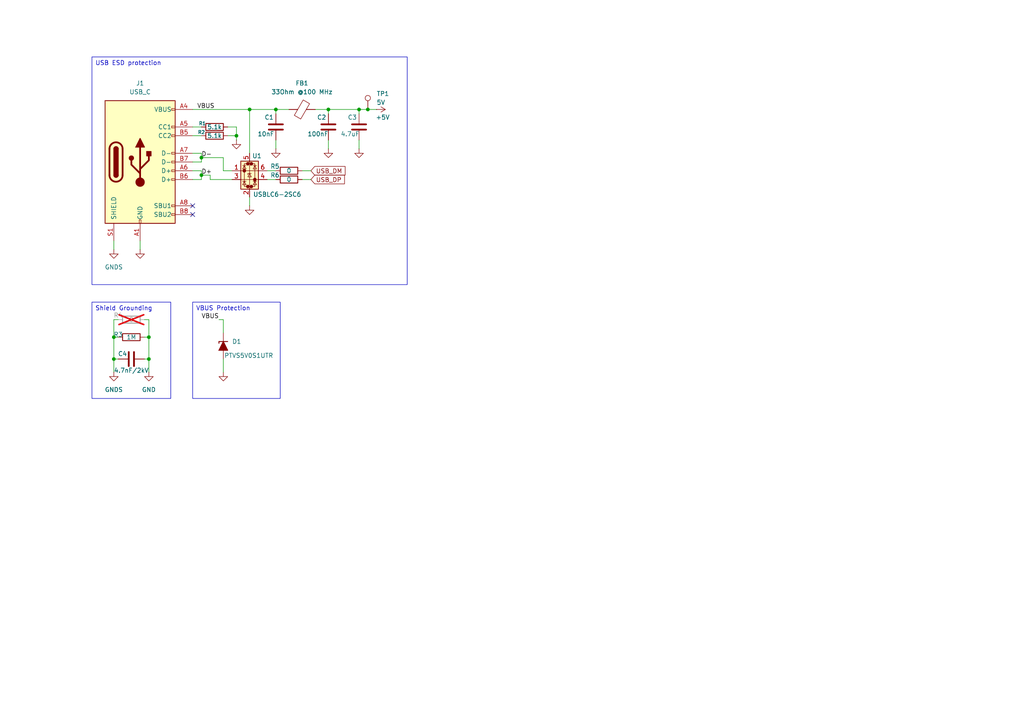
<source format=kicad_sch>
(kicad_sch (version 20231120) (generator "eeschema") (generator_version "8.0")
  (paper "A4")
  (lib_symbols
    (symbol "Connector:TestPoint" (pin_numbers hide) (pin_names (offset 0.762) hide)
      (property "Reference" "TP" (at 0 6.858 0))
      (property "Value" "TestPoint" (at 0 5.08 0))
      (symbol "TestPoint_0_1"
        (circle (center 0 3.302) (radius 0.762))
      )
      (symbol "TestPoint_1_1"
        (pin passive line (at 0 0 90) (length 2.54) (name "1") (number "1"))
      )
    )
    (symbol "Connector:USB_C_Receptacle_USB2.0_16P" (pin_names (offset 1.016))
      (property "Reference" "J" (at 0 22.225 0))
      (property "Value" "USB_C_Receptacle_USB2.0_16P" (at 0 19.685 0))
      (symbol "USB_C_Receptacle_USB2.0_16P_0_0"
        (rectangle (start -0.254 -17.78) (end 0.254 -16.764))
        (rectangle (start 10.16 -14.986) (end 9.144 -15.494))
        (rectangle (start 10.16 -12.446) (end 9.144 -12.954))
        (rectangle (start 10.16 -4.826) (end 9.144 -5.334))
        (rectangle (start 10.16 -2.286) (end 9.144 -2.794))
        (rectangle (start 10.16 0.254) (end 9.144 -0.254))
        (rectangle (start 10.16 2.794) (end 9.144 2.286))
        (rectangle (start 10.16 7.874) (end 9.144 7.366))
        (rectangle (start 10.16 10.414) (end 9.144 9.906))
        (rectangle (start 10.16 15.494) (end 9.144 14.986))
      )
      (symbol "USB_C_Receptacle_USB2.0_16P_0_1"
        (rectangle (start -10.16 17.78) (end 10.16 -17.78) (stroke (width 0.254)) (fill (type background)))
        (arc (start -8.89 -3.81) (mid -6.985 -5.7067) (end -5.08 -3.81) (stroke (width 0.508)))
        (arc (start -7.62 -3.81) (mid -6.985 -4.4423) (end -6.35 -3.81) (stroke (width 0.254)))
        (arc (start -7.62 -3.81) (mid -6.985 -4.4423) (end -6.35 -3.81) (stroke (width 0.254)) (fill (type outline)))
        (rectangle (start -7.62 -3.81) (end -6.35 3.81) (stroke (width 0.254)) (fill (type outline)))
        (arc (start -6.35 3.81) (mid -6.985 4.4423) (end -7.62 3.81) (stroke (width 0.254)))
        (arc (start -6.35 3.81) (mid -6.985 4.4423) (end -7.62 3.81) (stroke (width 0.254)) (fill (type outline)))
        (arc (start -5.08 3.81) (mid -6.985 5.7067) (end -8.89 3.81) (stroke (width 0.508)))
        (circle (center -2.54 1.143) (radius 0.635) (stroke (width 0.254)) (fill (type outline)))
        (circle (center 0 -5.842) (radius 1.27) (fill (type outline)))
        (polyline (pts (xy -8.89 -3.81) (xy -8.89 3.81)) (stroke (width 0.508)))
        (polyline (pts (xy -5.08 3.81) (xy -5.08 -3.81)) (stroke (width 0.508)))
        (polyline (pts (xy 0 -5.842) (xy 0 4.318)) (stroke (width 0.508)))
        (polyline (pts (xy 0 -3.302) (xy -2.54 -0.762) (xy -2.54 0.508)) (stroke (width 0.508)))
        (polyline (pts (xy 0 -2.032) (xy 2.54 0.508) (xy 2.54 1.778)) (stroke (width 0.508)))
        (polyline (pts (xy -1.27 4.318) (xy 0 6.858) (xy 1.27 4.318) (xy -1.27 4.318)) (stroke (width 0.254)) (fill (type outline)))
        (rectangle (start 1.905 1.778) (end 3.175 3.048) (stroke (width 0.254)) (fill (type outline)))
      )
      (symbol "USB_C_Receptacle_USB2.0_16P_1_1"
        (pin passive line (at 0 -22.86 90) (length 5.08) (name "GND") (number "A1"))
        (pin passive line (at 0 -22.86 90) (length 5.08) hide (name "GND") (number "A12"))
        (pin passive line (at 15.24 15.24 180) (length 5.08) (name "VBUS") (number "A4"))
        (pin bidirectional line (at 15.24 10.16 180) (length 5.08) (name "CC1") (number "A5"))
        (pin bidirectional line (at 15.24 -2.54 180) (length 5.08) (name "D+") (number "A6"))
        (pin bidirectional line (at 15.24 2.54 180) (length 5.08) (name "D-") (number "A7"))
        (pin bidirectional line (at 15.24 -12.7 180) (length 5.08) (name "SBU1") (number "A8"))
        (pin passive line (at 15.24 15.24 180) (length 5.08) hide (name "VBUS") (number "A9"))
        (pin passive line (at 0 -22.86 90) (length 5.08) hide (name "GND") (number "B1"))
        (pin passive line (at 0 -22.86 90) (length 5.08) hide (name "GND") (number "B12"))
        (pin passive line (at 15.24 15.24 180) (length 5.08) hide (name "VBUS") (number "B4"))
        (pin bidirectional line (at 15.24 7.62 180) (length 5.08) (name "CC2") (number "B5"))
        (pin bidirectional line (at 15.24 -5.08 180) (length 5.08) (name "D+") (number "B6"))
        (pin bidirectional line (at 15.24 0 180) (length 5.08) (name "D-") (number "B7"))
        (pin bidirectional line (at 15.24 -15.24 180) (length 5.08) (name "SBU2") (number "B8"))
        (pin passive line (at 15.24 15.24 180) (length 5.08) hide (name "VBUS") (number "B9"))
        (pin passive line (at -7.62 -22.86 90) (length 5.08) (name "SHIELD") (number "S1"))
      )
    )
    (symbol "Device:C" (pin_numbers hide) (pin_names (offset 0.254))
      (property "Reference" "C" (at 0.635 2.54 0))
      (property "Value" "C" (at 0.635 -2.54 0))
      (symbol "C_0_1"
        (polyline (pts (xy -2.032 -0.762) (xy 2.032 -0.762)) (stroke (width 0.508)))
        (polyline (pts (xy -2.032 0.762) (xy 2.032 0.762)) (stroke (width 0.508)))
      )
      (symbol "C_1_1"
        (pin passive line (at 0 3.81 270) (length 2.794) (name "~") (number "1"))
        (pin passive line (at 0 -3.81 90) (length 2.794) (name "~") (number "2"))
      )
    )
    (symbol "Device:FerriteBead" (pin_numbers hide) (pin_names (offset 0))
      (property "Reference" "FB" (at -3.81 0.635 90))
      (property "Value" "FerriteBead" (at 3.81 0 90))
      (symbol "FerriteBead_0_1"
        (polyline (pts (xy 0 -1.27) (xy 0 -1.2192)))
        (polyline (pts (xy 0 1.27) (xy 0 1.2954)))
        (polyline (pts (xy -2.7686 0.4064) (xy -1.7018 2.2606) (xy 2.7686 -0.3048) (xy 1.6764 -2.159) (xy -2.7686 0.4064)))
      )
      (symbol "FerriteBead_1_1"
        (pin passive line (at 0 3.81 270) (length 2.54) (name "~") (number "1"))
        (pin passive line (at 0 -3.81 90) (length 2.54) (name "~") (number "2"))
      )
    )
    (symbol "Device:R" (pin_numbers hide) (pin_names (offset 0))
      (property "Reference" "R" (at 2.032 0 90))
      (property "Value" "R" (at 0 0 90))
      (symbol "R_0_1"
        (rectangle (start -1.016 -2.54) (end 1.016 2.54) (stroke (width 0.254)))
      )
      (symbol "R_1_1"
        (pin passive line (at 0 3.81 270) (length 1.27) (name "~") (number "1"))
        (pin passive line (at 0 -3.81 90) (length 1.27) (name "~") (number "2"))
      )
    )
    (symbol "PCM_Diode_TVS_AKL:PTVS5V0S1UTR" (pin_numbers hide) (pin_names (offset 1.016) hide)
      (property "Reference" "D" (at 0 5.08 0))
      (property "Value" "PTVS5V0S1UTR" (at 0 2.54 0))
      (symbol "PTVS5V0S1UTR_0_1"
        (polyline (pts (xy -1.27 0) (xy 1.27 0)))
        (polyline (pts (xy 1.27 -1.27) (xy 1.27 1.27)) (stroke (width 0.254)))
        (polyline (pts (xy 1.27 1.27) (xy 0.762 1.27)) (stroke (width 0.254)))
        (polyline (pts (xy -1.27 1.27) (xy -1.27 -1.27) (xy 1.27 0) (xy -1.27 1.27)) (stroke (width 0.254)) (fill (type outline)))
      )
      (symbol "PTVS5V0S1UTR_0_2"
        (polyline (pts (xy -2.54 -2.54) (xy 2.54 2.54)))
        (polyline (pts (xy 0 1.778) (xy -0.381 1.397)) (stroke (width 0.254)))
        (polyline (pts (xy 0 1.778) (xy 1.778 0)) (stroke (width 0.254)))
        (polyline (pts (xy -0.889 -0.889) (xy -1.778 0) (xy 0.889 0.889) (xy 0 -1.778) (xy -0.889 -0.889)) (stroke (width 0.254)) (fill (type outline)))
      )
      (symbol "PTVS5V0S1UTR_1_1"
        (pin passive line (at 3.81 0 180) (length 2.54) (name "K") (number "1"))
        (pin passive line (at -3.81 0 0) (length 2.54) (name "A") (number "2"))
      )
      (symbol "PTVS5V0S1UTR_1_2"
        (pin passive line (at 2.54 2.54 180) (length 0) (name "K") (number "1"))
        (pin passive line (at -2.54 -2.54 0) (length 0) (name "A") (number "2"))
      )
    )
    (symbol "Power_Protection:USBLC6-2SC6" (pin_names hide)
      (property "Reference" "U" (at 0.635 5.715 0))
      (property "Value" "USBLC6-2SC6" (at 0.635 3.81 0))
      (symbol "USBLC6-2SC6_0_0"
        (circle (center -1.524 0) (radius 0.0001) (stroke (width 0.508)))
        (circle (center -0.508 -4.572) (radius 0.0001) (stroke (width 0.508)))
        (circle (center -0.508 2.032) (radius 0.0001) (stroke (width 0.508)))
        (circle (center 0.508 -4.572) (radius 0.0001) (stroke (width 0.508)))
        (circle (center 0.508 2.032) (radius 0.0001) (stroke (width 0.508)))
        (circle (center 1.524 -2.54) (radius 0.0001) (stroke (width 0.508)))
      )
      (symbol "USBLC6-2SC6_0_1"
        (polyline (pts (xy -2.54 -2.54) (xy 2.54 -2.54)))
        (polyline (pts (xy -2.54 0) (xy 2.54 0)))
        (polyline (pts (xy -2.032 -3.048) (xy -1.016 -3.048)))
        (polyline (pts (xy -1.016 1.524) (xy -2.032 1.524)))
        (polyline (pts (xy 1.016 -3.048) (xy 2.032 -3.048)))
        (polyline (pts (xy 1.016 1.524) (xy 2.032 1.524)))
        (polyline (pts (xy -0.508 -1.143) (xy -0.508 -0.762) (xy 0.508 -0.762)))
        (polyline (pts (xy -2.032 0.508) (xy -1.016 0.508) (xy -1.524 1.524) (xy -2.032 0.508)))
        (polyline (pts (xy -1.016 -4.064) (xy -2.032 -4.064) (xy -1.524 -3.048) (xy -1.016 -4.064)))
        (polyline (pts (xy 0.508 -1.778) (xy -0.508 -1.778) (xy 0 -0.762) (xy 0.508 -1.778)))
        (polyline (pts (xy 2.032 -4.064) (xy 1.016 -4.064) (xy 1.524 -3.048) (xy 2.032 -4.064)))
        (polyline (pts (xy 2.032 0.508) (xy 1.016 0.508) (xy 1.524 1.524) (xy 2.032 0.508)))
        (polyline (pts (xy 0 2.54) (xy -0.508 2.032) (xy 0.508 2.032) (xy 0 1.524) (xy 0 -4.064) (xy -0.508 -4.572) (xy 0.508 -4.572) (xy 0 -5.08)))
      )
      (symbol "USBLC6-2SC6_1_1"
        (rectangle (start -2.54 2.794) (end 2.54 -5.334) (stroke (width 0.254)) (fill (type background)))
        (polyline (pts (xy -0.508 2.032) (xy -1.524 2.032) (xy -1.524 -4.572) (xy -0.508 -4.572)))
        (polyline (pts (xy 0.508 -4.572) (xy 1.524 -4.572) (xy 1.524 2.032) (xy 0.508 2.032)))
        (pin passive line (at -5.08 0 0) (length 2.54) (name "I/O1") (number "1"))
        (pin passive line (at 0 -7.62 90) (length 2.54) (name "GND") (number "2"))
        (pin passive line (at -5.08 -2.54 0) (length 2.54) (name "I/O2") (number "3"))
        (pin passive line (at 5.08 -2.54 180) (length 2.54) (name "I/O2") (number "4"))
        (pin passive line (at 0 5.08 270) (length 2.54) (name "VBUS") (number "5"))
        (pin passive line (at 5.08 0 180) (length 2.54) (name "I/O1") (number "6"))
      )
    )
    (symbol "power:+5V" (power) (pin_numbers hide) (pin_names (offset 0) hide)
      (property "Value" "+5V" (at 0 3.556 0))
      (symbol "+5V_0_1"
        (polyline (pts (xy -0.762 1.27) (xy 0 2.54)))
        (polyline (pts (xy 0 0) (xy 0 2.54)))
        (polyline (pts (xy 0 2.54) (xy 0.762 1.27)))
      )
      (symbol "+5V_1_1"
        (pin power_in line (at 0 0 90) (length 0) (name "~") (number "1"))
      )
    )
    (symbol "power:GND" (power) (pin_numbers hide) (pin_names (offset 0) hide)
      (property "Value" "GND" (at 0 -3.81 0))
      (symbol "GND_0_1"
        (polyline (pts (xy 0 0) (xy 0 -1.27) (xy 1.27 -1.27) (xy 0 -2.54) (xy -1.27 -1.27) (xy 0 -1.27)))
      )
      (symbol "GND_1_1"
        (pin power_in line (at 0 0 270) (length 0) (name "~") (number "1"))
      )
    )
    (symbol "power:GNDS" (power) (pin_numbers hide) (pin_names (offset 0) hide)
      (property "Value" "GNDS" (at 0 -3.81 0))
      (symbol "GNDS_0_1"
        (polyline (pts (xy 0 0) (xy 0 -1.27) (xy 1.27 -1.27) (xy 0 -2.54) (xy -1.27 -1.27) (xy 0 -1.27)))
      )
      (symbol "GNDS_1_1"
        (pin power_in line (at 0 0 270) (length 0) (name "~") (number "1"))
      )
    )
  )
  (junction (at 58.42 50.8))
  (junction (at 104.14 31.75))
  (junction (at 33.02 97.79))
  (junction (at 58.42 45.72))
  (junction (at 43.18 104.14))
  (junction (at 72.39 31.75))
  (junction (at 95.25 31.75))
  (junction (at 80.01 31.75))
  (junction (at 43.18 97.79))
  (junction (at 68.58 39.37))
  (junction (at 33.02 104.14))
  (junction (at 106.68 31.75))
  (no_connect (at 55.88 62.23))
  (no_connect (at 55.88 59.69))
  (wire (pts (xy 104.14 31.75) (xy 95.25 31.75)))
  (wire (pts (xy 34.29 97.79) (xy 33.02 97.79)))
  (wire (pts (xy 33.02 97.79) (xy 33.02 104.14)))
  (wire (pts (xy 34.29 92.71) (xy 33.02 92.71)))
  (wire (pts (xy 72.39 57.15) (xy 72.39 59.69)))
  (wire (pts (xy 40.64 69.85) (xy 40.64 72.39)))
  (wire (pts (xy 58.42 49.53) (xy 58.42 50.8)))
  (wire (pts (xy 64.77 45.72) (xy 58.42 45.72)))
  (wire (pts (xy 34.29 104.14) (xy 33.02 104.14)))
  (wire (pts (xy 55.88 36.83) (xy 58.42 36.83)))
  (wire (pts (xy 66.04 36.83) (xy 68.58 36.83)))
  (wire (pts (xy 68.58 36.83) (xy 68.58 39.37)))
  (wire (pts (xy 60.96 52.07) (xy 60.96 50.8)))
  (wire (pts (xy 104.14 40.64) (xy 104.14 43.18)))
  (wire (pts (xy 43.18 107.95) (xy 43.18 104.14)))
  (wire (pts (xy 87.63 49.53) (xy 90.17 49.53)))
  (wire (pts (xy 95.25 40.64) (xy 95.25 43.18)))
  (wire (pts (xy 43.18 97.79) (xy 43.18 104.14)))
  (wire (pts (xy 43.18 92.71) (xy 43.18 97.79)))
  (wire (pts (xy 64.77 49.53) (xy 64.77 45.72)))
  (wire (pts (xy 55.88 31.75) (xy 72.39 31.75)))
  (wire (pts (xy 41.91 92.71) (xy 43.18 92.71)))
  (wire (pts (xy 87.63 52.07) (xy 90.17 52.07)))
  (wire (pts (xy 68.58 39.37) (xy 66.04 39.37)))
  (wire (pts (xy 43.18 104.14) (xy 41.91 104.14)))
  (wire (pts (xy 80.01 31.75) (xy 80.01 33.02)))
  (wire (pts (xy 80.01 40.64) (xy 80.01 43.18)))
  (wire (pts (xy 77.47 52.07) (xy 80.01 52.07)))
  (wire (pts (xy 33.02 92.71) (xy 33.02 97.79)))
  (wire (pts (xy 55.88 44.45) (xy 58.42 44.45)))
  (wire (pts (xy 41.91 97.79) (xy 43.18 97.79)))
  (wire (pts (xy 33.02 104.14) (xy 33.02 107.95)))
  (wire (pts (xy 72.39 31.75) (xy 72.39 44.45)))
  (wire (pts (xy 55.88 49.53) (xy 58.42 49.53)))
  (wire (pts (xy 58.42 44.45) (xy 58.42 45.72)))
  (wire (pts (xy 63.5 92.71) (xy 64.77 92.71)))
  (wire (pts (xy 72.39 31.75) (xy 80.01 31.75)))
  (wire (pts (xy 60.96 50.8) (xy 58.42 50.8)))
  (wire (pts (xy 64.77 104.14) (xy 64.77 107.95)))
  (wire (pts (xy 80.01 31.75) (xy 83.82 31.75)))
  (wire (pts (xy 77.47 49.53) (xy 80.01 49.53)))
  (wire (pts (xy 58.42 52.07) (xy 55.88 52.07)))
  (wire (pts (xy 91.44 31.75) (xy 95.25 31.75)))
  (wire (pts (xy 58.42 50.8) (xy 58.42 52.07)))
  (wire (pts (xy 64.77 92.71) (xy 64.77 96.52)))
  (wire (pts (xy 58.42 45.72) (xy 58.42 46.99)))
  (wire (pts (xy 104.14 33.02) (xy 104.14 31.75)))
  (wire (pts (xy 106.68 31.75) (xy 109.22 31.75)))
  (wire (pts (xy 104.14 31.75) (xy 106.68 31.75)))
  (wire (pts (xy 95.25 31.75) (xy 95.25 33.02)))
  (wire (pts (xy 68.58 40.64) (xy 68.58 39.37)))
  (wire (pts (xy 55.88 39.37) (xy 58.42 39.37)))
  (wire (pts (xy 58.42 46.99) (xy 55.88 46.99)))
  (wire (pts (xy 67.31 49.53) (xy 64.77 49.53)))
  (wire (pts (xy 33.02 69.85) (xy 33.02 72.39)))
  (wire (pts (xy 67.31 52.07) (xy 60.96 52.07)))
  (text_box "USB ESD protection" (at 26.67 16.51 0) (size 91.44 66.04) (effects (font (size 1.27 1.27)) (justify left top)))
  (text_box "Shield Grounding" (at 26.67 87.63 0) (size 22.86 27.94) (fill (type color)) (effects (font (size 1.27 1.27)) (justify left top)))
  (text_box "VBUS Protection" (at 55.88 87.63 0) (size 25.4 27.94) (fill (type color)) (effects (font (size 1.27 1.27)) (justify left top)))
  (label "VBUS" (at 63.5 92.71 180))
  (label "D-" (at 58.42 45.72 0))
  (label "VBUS" (at 57.15 31.75 0))
  (label "D+" (at 58.42 50.8 0))
  (global_label "USB_DM" (shape input) (at 90.17 49.53 0) (property "Intersheetrefs" "${INTERSHEET_REFS}" (effects (hide yes))))
  (global_label "USB_DP" (shape input) (at 90.17 52.07 0) (property "Intersheetrefs" "${INTERSHEET_REFS}" (effects (hide yes))))
  (symbol (lib_id "Connector:USB_C_Receptacle_USB2.0_16P") (at 40.64 46.99 0) (unit 1)
    (property "Reference" "J1" (at 40.64 24.13 0))
    (property "Value" "USB_C" (at 40.64 26.67 0))
    (property "Footprint" "Connector_USB:USB_C_Receptacle_HCTL_HC-TYPE-C-16P-01A" (effects (hide yes)))
    (property "Datasheet" "https://www.usb.org/sites/default/files/documents/usb_type-c.zip" (effects (hide yes)))
    (property "Description" "USB 2.0-only 16P Type-C Receptacle connector" (effects (hide yes)))
  )
  (symbol (lib_id "Device:C") (at 95.25 36.83 0) (unit 1)
    (property "Reference" "C2" (at 91.948 34.036 0) (effects (justify left)))
    (property "Value" "100nF" (at 89.154 38.862 0) (effects (justify left)))
    (property "Description" "Unpolarized capacitor" (effects (hide yes)))
  )
  (symbol (lib_id "Device:R") (at 83.82 49.53 90) (unit 1)
    (property "Reference" "R5" (at 79.756 48.26 90))
    (property "Value" "0" (at 83.82 49.53 90))
    (property "Description" "Resistor" (effects (hide yes)))
  )
  (symbol (lib_id "power:GND") (at 64.77 107.95 0) (unit 1)
    (property "Reference" "#PWR011" (effects (hide yes)))
    (property "Value" "GND" (effects (hide yes)))
    (property "Description" "Power symbol creates a global label with name \"GND\" , ground" (effects (hide yes)))
  )
  (symbol (lib_id "power:GNDS") (at 33.02 107.95 0) (unit 1)
    (property "Reference" "#PWR08" (effects (hide yes)))
    (property "Value" "GNDS" (at 33.02 113.03 0))
    (property "Description" "Power symbol creates a global label with name \"GNDS\" , signal ground" (effects (hide yes)))
  )
  (symbol (lib_id "power:GND") (at 68.58 40.64 0) (unit 1)
    (property "Reference" "#PWR01" (effects (hide yes)))
    (property "Value" "GND" (effects (hide yes)))
    (property "Description" "Power symbol creates a global label with name \"GND\" , ground" (effects (hide yes)))
  )
  (symbol (lib_id "power:GND") (at 80.01 43.18 0) (unit 1)
    (property "Reference" "#PWR02" (effects (hide yes)))
    (property "Value" "GND" (effects (hide yes)))
    (property "Description" "Power symbol creates a global label with name \"GND\" , ground" (effects (hide yes)))
  )
  (symbol (lib_id "Device:R") (at 38.1 97.79 90) (unit 1)
    (property "Reference" "R3" (at 34.29 97.028 90))
    (property "Value" "1M" (at 38.1 97.79 90))
    (property "Description" "Resistor" (effects (hide yes)))
  )
  (symbol (lib_id "power:GND") (at 104.14 43.18 0) (unit 1)
    (property "Reference" "#PWR04" (effects (hide yes)))
    (property "Value" "GND" (effects (hide yes)))
    (property "Description" "Power symbol creates a global label with name \"GND\" , ground" (effects (hide yes)))
  )
  (symbol (lib_id "Device:R") (at 62.23 36.83 270) (unit 1)
    (property "Reference" "R1" (at 58.674 35.814 90) (effects (font (size 1 1))))
    (property "Value" "5.1k" (at 62.23 36.83 90))
    (property "Description" "Resistor" (effects (hide yes)))
  )
  (symbol (lib_id "power:+5V") (at 109.22 31.75 270) (unit 1)
    (property "Reference" "#PWR05" (effects (hide yes)))
    (property "Value" "+5V" (at 108.966 34.036 90) (effects (justify left)))
    (property "Description" "Power symbol creates a global label with name \"+5V\"" (effects (hide yes)))
  )
  (symbol (lib_id "power:GNDS") (at 33.02 72.39 0) (unit 1)
    (property "Reference" "#PWR07" (effects (hide yes)))
    (property "Value" "GNDS" (at 33.02 77.47 0))
    (property "Description" "Power symbol creates a global label with name \"GNDS\" , signal ground" (effects (hide yes)))
  )
  (symbol (lib_id "power:GND") (at 72.39 59.69 0) (unit 1)
    (property "Reference" "#PWR010" (effects (hide yes)))
    (property "Value" "GND" (effects (hide yes)))
    (property "Description" "Power symbol creates a global label with name \"GND\" , ground" (effects (hide yes)))
  )
  (symbol (lib_id "Device:R") (at 83.82 52.07 90) (unit 1)
    (property "Reference" "R6" (at 79.756 50.8 90))
    (property "Value" "0" (at 83.82 52.07 90))
    (property "Description" "Resistor" (effects (hide yes)))
  )
  (symbol (lib_id "Power_Protection:USBLC6-2SC6") (at 72.39 49.53 0) (unit 1)
    (property "Reference" "U1" (at 73.152 45.212 0) (effects (justify left)))
    (property "Value" "USBLC6-2SC6" (at 73.406 56.388 0) (effects (justify left)))
    (property "Footprint" "Package_TO_SOT_SMD:SOT-666" (effects (hide yes)))
    (property "Datasheet" "https://www.st.com/resource/en/datasheet/usblc6-2.pdf" (effects (hide yes)))
    (property "Description" "Very low capacitance ESD protection diode, 2 data-line, SOT-23-6" (effects (hide yes)))
  )
  (symbol (lib_id "Device:C") (at 80.01 36.83 0) (unit 1)
    (property "Reference" "C1" (at 76.708 34.036 0) (effects (justify left)))
    (property "Value" "10nF" (at 74.676 38.862 0) (effects (justify left)))
    (property "Description" "Unpolarized capacitor" (effects (hide yes)))
  )
  (symbol (lib_id "Device:C") (at 38.1 104.14 90) (unit 1)
    (property "Reference" "C4" (at 35.56 102.616 90))
    (property "Value" "4.7nF/2kV" (at 38.1 107.442 90))
    (property "Description" "Unpolarized capacitor" (effects (hide yes)))
  )
  (symbol (lib_id "power:GND") (at 43.18 107.95 0) (unit 1)
    (property "Reference" "#PWR09" (effects (hide yes)))
    (property "Value" "GND" (at 43.18 113.03 0))
    (property "Description" "Power symbol creates a global label with name \"GND\" , ground" (effects (hide yes)))
  )
  (symbol (lib_id "Device:R") (at 38.1 92.71 90) (unit 1) (dnp yes)
    (property "Reference" "R4" (at 34.29 91.44 90))
    (property "Value" "0" (at 38.1 92.71 90))
    (property "Description" "Resistor" (effects (hide yes)))
  )
  (symbol (lib_id "power:GND") (at 40.64 72.39 0) (unit 1)
    (property "Reference" "#PWR06" (effects (hide yes)))
    (property "Value" "GND" (effects (hide yes)))
    (property "Description" "Power symbol creates a global label with name \"GND\" , ground" (effects (hide yes)))
  )
  (symbol (lib_id "Device:C") (at 104.14 36.83 0) (unit 1)
    (property "Reference" "C3" (at 100.838 34.036 0) (effects (justify left)))
    (property "Value" "4.7uF" (at 98.806 38.862 0) (effects (justify left)))
    (property "Description" "Unpolarized capacitor" (effects (hide yes)))
  )
  (symbol (lib_id "Connector:TestPoint") (at 106.68 31.75 0) (unit 1)
    (property "Reference" "TP1" (at 109.22 27.1779 0) (effects (justify left)))
    (property "Value" "5V" (at 109.22 29.7179 0) (effects (justify left)))
    (property "Footprint" "TestPoint:TestPoint_Pad_D1.0mm" (effects (hide yes)))
    (property "Description" "test point" (effects (hide yes)))
  )
  (symbol (lib_id "power:GND") (at 95.25 43.18 0) (unit 1)
    (property "Reference" "#PWR03" (effects (hide yes)))
    (property "Value" "GND" (effects (hide yes)))
    (property "Description" "Power symbol creates a global label with name \"GND\" , ground" (effects (hide yes)))
  )
  (symbol (lib_id "PCM_Diode_TVS_AKL:PTVS5V0S1UTR") (at 64.77 100.33 90) (unit 1)
    (property "Reference" "D1" (at 67.31 99.0599 90) (effects (justify right)))
    (property "Value" "PTVS5V0S1UTR" (at 65.024 103.124 90) (effects (justify right)))
    (property "Footprint" "PCM_Diode_SMD_AKL:D_SOD-123" (effects (hide yes)))
    (property "Datasheet" "https://www.tme.eu/Document/2e8aaef06c6b99cbe490b416bc53c8a0/PTVSXS1UTR_SER.pdf" (effects (hide yes)))
    (property "Description" "SOD-123F Unidirectional TVS diode, 5V, 400W, Alternate KiCAD Library" (effects (hide yes)))
  )
  (symbol (lib_id "Device:R") (at 62.23 39.37 270) (unit 1)
    (property "Reference" "R2" (at 58.42 38.354 90) (effects (font (size 1 1))))
    (property "Value" "5.1k" (at 62.23 39.37 90))
    (property "Description" "Resistor" (effects (hide yes)))
  )
  (symbol (lib_id "Device:FerriteBead") (at 87.63 31.75 90) (unit 1)
    (property "Reference" "FB1" (at 87.5792 24.13 90))
    (property "Value" "33Ohm @100 MHz" (at 87.5792 26.67 90))
    (property "Description" "Ferrite bead" (effects (hide yes)))
  )
)
</source>
